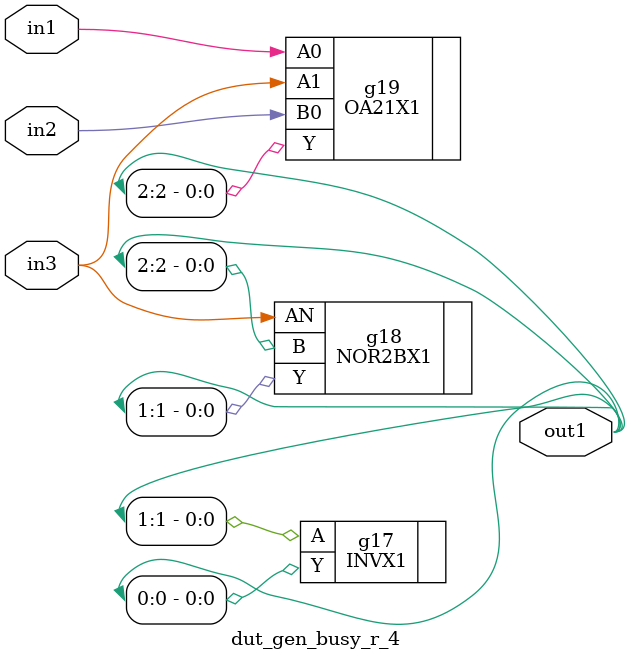
<source format=v>
`timescale 1ps / 1ps


module dut_gen_busy_r_4(in1, in2, in3, out1);
  input in1, in2, in3;
  output [2:0] out1;
  wire in1, in2, in3;
  wire [2:0] out1;
  INVX1 g17(.A (out1[1]), .Y (out1[0]));
  NOR2BX1 g18(.AN (in3), .B (out1[2]), .Y (out1[1]));
  OA21X1 g19(.A0 (in1), .A1 (in3), .B0 (in2), .Y (out1[2]));
endmodule



</source>
